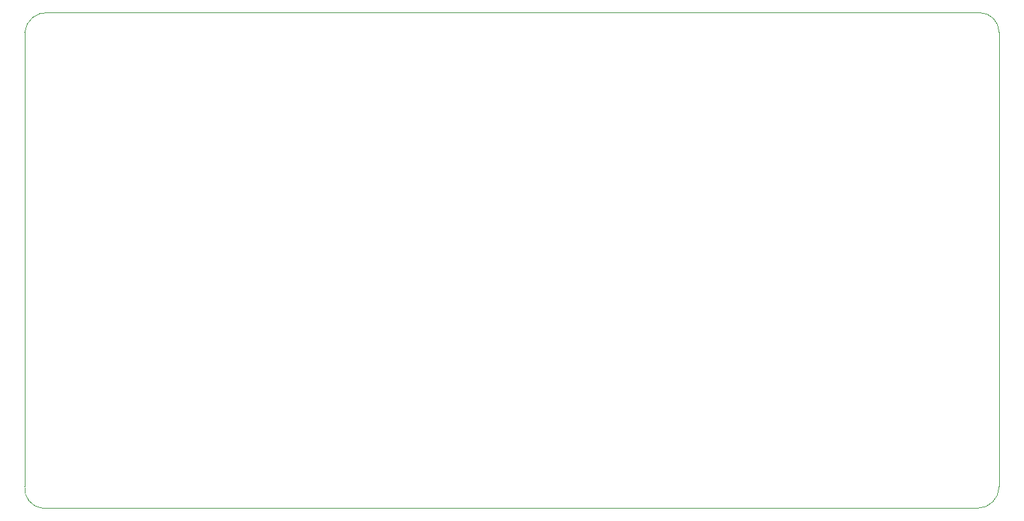
<source format=gm1>
G04 #@! TF.FileFunction,Profile,NP*
%FSLAX46Y46*%
G04 Gerber Fmt 4.6, Leading zero omitted, Abs format (unit mm)*
G04 Created by KiCad (PCBNEW 4.0.2-stable) date Sunday, December 11, 2016 'AMt' 07:35:52 AM*
%MOMM*%
G01*
G04 APERTURE LIST*
%ADD10C,0.100000*%
G04 APERTURE END LIST*
D10*
X40386000Y-49022000D02*
X161036000Y-49022000D01*
X37338000Y-110490000D02*
X37338000Y-51562000D01*
X160782000Y-113284000D02*
X39624000Y-113284000D01*
X163576000Y-51562000D02*
X163576000Y-110490000D01*
X163576000Y-51562000D02*
G75*
G03X161036000Y-49022000I-2540000J0D01*
G01*
X40386000Y-49022000D02*
G75*
G03X37338000Y-51562000I-254000J-2794000D01*
G01*
X160782000Y-113284000D02*
G75*
G03X163576000Y-110490000I0J2794000D01*
G01*
X37338000Y-110490000D02*
G75*
G03X39624000Y-113284000I2540000J-254000D01*
G01*
M02*

</source>
